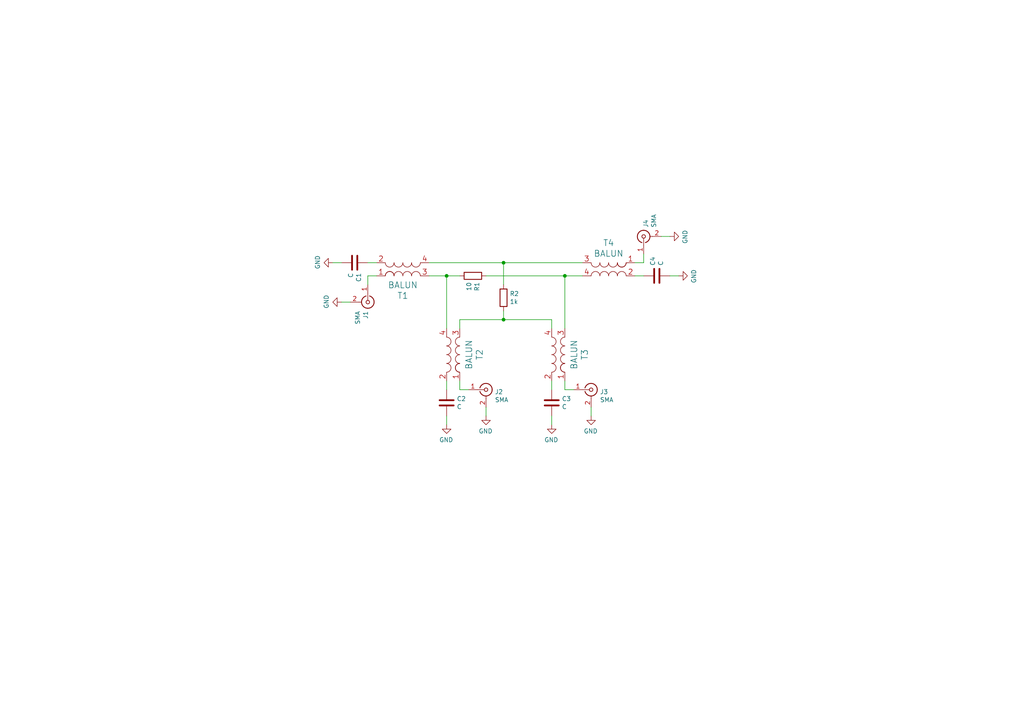
<source format=kicad_sch>
(kicad_sch (version 20230121) (generator eeschema)
  (paper "A4")
  (lib_symbols
    (symbol "Connector:Conn_Coaxial" (pin_names (offset 1.016) hide)
      (property "Reference" "J" (at 0.254 3.048 0))
      (property "Value" "Conn_Coaxial" (at 2.921 0 90))
      (symbol "Conn_Coaxial_0_1"
        (arc (start -1.778 -0.508) (mid 0.2311 -1.8066) (end 1.778 0) (stroke (width 0.254)))
        (polyline (pts (xy -2.54 0) (xy -0.508 0)))
        (polyline (pts (xy 0 -2.54) (xy 0 -1.778)))
        (circle (center 0 0) (radius 0.508) (stroke (width 0.2032)))
        (arc (start 1.778 0) (mid 0.2099 1.8101) (end -1.778 0.508) (stroke (width 0.254)))
      )
      (symbol "Conn_Coaxial_1_1"
        (pin passive line (at -5.08 0 0) (length 2.54) (name "In") (number "1"))
        (pin passive line (at 0 -5.08 90) (length 2.54) (name "Ext") (number "2"))
      )
    )
    (symbol "Device:C" (pin_numbers hide) (pin_names (offset 0.254))
      (property "Reference" "C" (at 0.635 2.54 0))
      (property "Value" "C" (at 0.635 -2.54 0))
      (symbol "C_0_1"
        (polyline (pts (xy -2.032 -0.762) (xy 2.032 -0.762)) (stroke (width 0.508)))
        (polyline (pts (xy -2.032 0.762) (xy 2.032 0.762)) (stroke (width 0.508)))
      )
      (symbol "C_1_1"
        (pin passive line (at 0 3.81 270) (length 2.794) (name "~") (number "1"))
        (pin passive line (at 0 -3.81 90) (length 2.794) (name "~") (number "2"))
      )
    )
    (symbol "Device:R" (pin_numbers hide) (pin_names (offset 0))
      (property "Reference" "R" (at 2.032 0 90))
      (property "Value" "R" (at 0 0 90))
      (symbol "R_0_1"
        (rectangle (start -1.016 -2.54) (end 1.016 2.54) (stroke (width 0.254)))
      )
      (symbol "R_1_1"
        (pin passive line (at 0 3.81 270) (length 1.27) (name "~") (number "1"))
        (pin passive line (at 0 -3.81 90) (length 1.27) (name "~") (number "2"))
      )
    )
    (symbol "balun-b0310j50100ahf:BALUN-B0310J50100AHF" (pin_names (offset 1.016) hide)
      (property "Reference" "T" (at 0 5.08 0))
      (property "Value" "BALUN-B0310J50100AHF" (at 0 -3.81 0))
      (symbol "BALUN-B0310J50100AHF_0_1"
        (arc (start -5.08 2.54) (mid -3.81 1.2755) (end -2.54 2.54))
        (arc (start -2.54 -1.27) (mid -3.81 -0.0055) (end -5.08 -1.27))
        (arc (start -2.54 2.54) (mid -1.27 1.2755) (end 0 2.54))
        (arc (start 0 -1.27) (mid -1.27 -0.0055) (end -2.54 -1.27))
        (arc (start 0 2.54) (mid 1.27 1.2755) (end 2.54 2.54))
        (arc (start 2.54 -1.27) (mid 1.27 -0.0055) (end 0 -1.27))
        (arc (start 2.54 2.54) (mid 3.81 1.2755) (end 5.08 2.54))
        (arc (start 2.54 2.54) (mid 3.81 1.2755) (end 5.08 2.54))
        (arc (start 5.08 -1.27) (mid 3.81 -0.0055) (end 2.54 -1.27))
      )
      (symbol "BALUN-B0310J50100AHF_1_1"
        (pin passive line (at 7.62 2.54 180) (length 2.54) (name "S1") (number "1"))
        (pin passive line (at 7.62 -1.27 180) (length 2.54) (name "S2") (number "2"))
        (pin passive line (at -7.62 2.54 0) (length 2.54) (name "PR1") (number "3"))
        (pin passive line (at -7.62 -1.27 0) (length 2.54) (name "PR2") (number "4"))
      )
    )
    (symbol "power:GND" (power) (pin_names (offset 0))
      (property "Value" "GND" (at 0 -3.81 0))
      (symbol "GND_0_1"
        (polyline (pts (xy 0 0) (xy 0 -1.27) (xy 1.27 -1.27) (xy 0 -2.54) (xy -1.27 -1.27) (xy 0 -1.27)))
      )
      (symbol "GND_1_1"
        (pin power_in line (at 0 0 270) (length 0) hide (name "GND") (number "1"))
      )
    )
  )
  (junction (at 129.54 80.01))
  (junction (at 146.05 92.71))
  (junction (at 146.05 76.2))
  (junction (at 163.83 80.01))
  (wire (pts (xy 194.31 80.01) (xy 196.85 80.01)))
  (wire (pts (xy 140.97 80.01) (xy 163.83 80.01)))
  (wire (pts (xy 160.02 110.49) (xy 160.02 113.03)))
  (wire (pts (xy 99.06 76.2) (xy 96.52 76.2)))
  (wire (pts (xy 160.02 120.65) (xy 160.02 123.19)))
  (wire (pts (xy 171.45 118.11) (xy 171.45 120.65)))
  (wire (pts (xy 146.05 92.71) (xy 133.35 92.71)))
  (wire (pts (xy 124.46 76.2) (xy 146.05 76.2)))
  (wire (pts (xy 133.35 110.49) (xy 133.35 113.03)))
  (wire (pts (xy 146.05 90.17) (xy 146.05 92.71)))
  (wire (pts (xy 184.15 76.2) (xy 186.69 76.2)))
  (wire (pts (xy 163.83 80.01) (xy 168.91 80.01)))
  (wire (pts (xy 191.77 68.58) (xy 194.31 68.58)))
  (wire (pts (xy 140.97 118.11) (xy 140.97 120.65)))
  (wire (pts (xy 101.6 87.63) (xy 99.06 87.63)))
  (wire (pts (xy 129.54 80.01) (xy 133.35 80.01)))
  (wire (pts (xy 146.05 76.2) (xy 168.91 76.2)))
  (wire (pts (xy 146.05 82.55) (xy 146.05 76.2)))
  (wire (pts (xy 160.02 92.71) (xy 160.02 95.25)))
  (wire (pts (xy 129.54 120.65) (xy 129.54 123.19)))
  (wire (pts (xy 163.83 113.03) (xy 166.37 113.03)))
  (wire (pts (xy 163.83 95.25) (xy 163.83 80.01)))
  (wire (pts (xy 109.22 80.01) (xy 106.68 80.01)))
  (wire (pts (xy 184.15 80.01) (xy 186.69 80.01)))
  (wire (pts (xy 133.35 113.03) (xy 135.89 113.03)))
  (wire (pts (xy 109.22 76.2) (xy 106.68 76.2)))
  (wire (pts (xy 160.02 92.71) (xy 146.05 92.71)))
  (wire (pts (xy 163.83 110.49) (xy 163.83 113.03)))
  (wire (pts (xy 186.69 76.2) (xy 186.69 73.66)))
  (wire (pts (xy 124.46 80.01) (xy 129.54 80.01)))
  (wire (pts (xy 129.54 95.25) (xy 129.54 80.01)))
  (wire (pts (xy 129.54 110.49) (xy 129.54 113.03)))
  (wire (pts (xy 133.35 92.71) (xy 133.35 95.25)))
  (wire (pts (xy 106.68 80.01) (xy 106.68 82.55)))
  (symbol (lib_id "Device:R") (at 146.05 86.36 0) (unit 1)
    (property "Reference" "R2" (at 147.828 85.1916 0) (effects (justify left)))
    (property "Value" "1k" (at 147.828 87.503 0) (effects (justify left)))
    (property "Footprint" "gsg-modules:0402" (effects hide))
  )
  (symbol (lib_id "Device:R") (at 137.16 80.01 270) (unit 1)
    (property "Reference" "R1" (at 138.3284 81.788 0) (effects (justify left)))
    (property "Value" "10" (at 136.017 81.788 0) (effects (justify left)))
    (property "Footprint" "gsg-modules:0402" (effects hide))
  )
  (symbol (lib_id "power:GND") (at 171.45 120.65 0) (mirror y) (unit 1)
    (property "Reference" "#PWR06" (effects hide))
    (property "Value" "GND" (at 171.323 125.0442 0))
  )
  (symbol (lib_id "Connector:Conn_Coaxial") (at 171.45 113.03 0) (unit 1)
    (property "Reference" "J3" (at 173.99 113.665 0) (effects (justify left)))
    (property "Value" "SMA" (at 173.99 115.9764 0) (effects (justify left)))
    (property "Footprint" "gsg-modules:SMA-73251-2120" (effects hide))
    (property "Datasheet" " ~" (effects hide))
  )
  (symbol (lib_id "balun-b0310j50100ahf:BALUN-B0310J50100AHF") (at 161.29 102.87 270) (unit 1)
    (property "Reference" "T3" (at 169.5704 102.87 0) (effects (font (size 1.778 1.778))))
    (property "Value" "BALUN" (at 166.497 102.87 0) (effects (font (size 1.778 1.778))))
    (property "Footprint" "RF_Converter:Anaren_0805_2012Metric-6" (effects hide))
    (property "Manufacturer" "Anaren" (effects hide))
    (property "Part Number" "B0322J5050AHF" (effects hide))
    (property "Description" "BALUN 300MHZ-2.2GHZ 50/50 0805" (effects hide))
  )
  (symbol (lib_id "Device:C") (at 160.02 116.84 0) (unit 1)
    (property "Reference" "C3" (at 162.941 115.6716 0) (effects (justify left)))
    (property "Value" "C" (at 162.941 117.983 0) (effects (justify left)))
    (property "Footprint" "gsg-modules:0402" (effects hide))
  )
  (symbol (lib_id "power:GND") (at 160.02 123.19 0) (mirror y) (unit 1)
    (property "Reference" "#PWR05" (effects hide))
    (property "Value" "GND" (at 159.893 127.5842 0))
  )
  (symbol (lib_id "balun-b0310j50100ahf:BALUN-B0310J50100AHF") (at 130.81 102.87 270) (unit 1)
    (property "Reference" "T2" (at 139.0904 102.87 0) (effects (font (size 1.778 1.778))))
    (property "Value" "BALUN" (at 136.017 102.87 0) (effects (font (size 1.778 1.778))))
    (property "Footprint" "RF_Converter:Anaren_0805_2012Metric-6" (effects hide))
    (property "Manufacturer" "Anaren" (effects hide))
    (property "Part Number" "B0322J5050AHF" (effects hide))
    (property "Description" "BALUN 300MHZ-2.2GHZ 50/50 0805" (effects hide))
  )
  (symbol (lib_id "Connector:Conn_Coaxial") (at 140.97 113.03 0) (unit 1)
    (property "Reference" "J2" (at 143.51 113.665 0) (effects (justify left)))
    (property "Value" "SMA" (at 143.51 115.9764 0) (effects (justify left)))
    (property "Footprint" "gsg-modules:SMA-73251-2120" (effects hide))
    (property "Datasheet" " ~" (effects hide))
  )
  (symbol (lib_id "power:GND") (at 140.97 120.65 0) (mirror y) (unit 1)
    (property "Reference" "#PWR04" (effects hide))
    (property "Value" "GND" (at 140.843 125.0442 0))
  )
  (symbol (lib_id "Device:C") (at 129.54 116.84 0) (unit 1)
    (property "Reference" "C2" (at 132.461 115.6716 0) (effects (justify left)))
    (property "Value" "C" (at 132.461 117.983 0) (effects (justify left)))
    (property "Footprint" "gsg-modules:0402" (effects hide))
  )
  (symbol (lib_id "power:GND") (at 129.54 123.19 0) (mirror y) (unit 1)
    (property "Reference" "#PWR03" (effects hide))
    (property "Value" "GND" (at 129.413 127.5842 0))
  )
  (symbol (lib_id "balun-b0310j50100ahf:BALUN-B0310J50100AHF") (at 176.53 78.74 0) (unit 1)
    (property "Reference" "T4" (at 176.53 70.4596 0) (effects (font (size 1.778 1.778))))
    (property "Value" "BALUN" (at 176.53 73.533 0) (effects (font (size 1.778 1.778))))
    (property "Footprint" "RF_Converter:Anaren_0805_2012Metric-6" (effects hide))
    (property "Manufacturer" "Anaren" (effects hide))
    (property "Part Number" "B0322J5050AHF" (effects hide))
    (property "Description" "BALUN 300MHZ-2.2GHZ 50/50 0805" (effects hide))
  )
  (symbol (lib_id "Connector:Conn_Coaxial") (at 186.69 68.58 90) (unit 1)
    (property "Reference" "J4" (at 187.325 66.04 0) (effects (justify left)))
    (property "Value" "SMA" (at 189.6364 66.04 0) (effects (justify left)))
    (property "Footprint" "gsg-modules:SMA-73251-2120" (effects hide))
    (property "Datasheet" " ~" (effects hide))
  )
  (symbol (lib_id "power:GND") (at 194.31 68.58 90) (mirror x) (unit 1)
    (property "Reference" "#PWR07" (effects hide))
    (property "Value" "GND" (at 198.7042 68.707 0))
  )
  (symbol (lib_id "Device:C") (at 190.5 80.01 90) (unit 1)
    (property "Reference" "C4" (at 189.3316 77.089 0) (effects (justify left)))
    (property "Value" "C" (at 191.643 77.089 0) (effects (justify left)))
    (property "Footprint" "gsg-modules:0402" (effects hide))
  )
  (symbol (lib_id "power:GND") (at 196.85 80.01 90) (mirror x) (unit 1)
    (property "Reference" "#PWR08" (effects hide))
    (property "Value" "GND" (at 201.2442 80.137 0))
  )
  (symbol (lib_id "balun-b0310j50100ahf:BALUN-B0310J50100AHF") (at 116.84 77.47 180) (unit 1)
    (property "Reference" "T1" (at 116.84 85.7504 0) (effects (font (size 1.778 1.778))))
    (property "Value" "BALUN" (at 116.84 82.677 0) (effects (font (size 1.778 1.778))))
    (property "Footprint" "RF_Converter:Anaren_0805_2012Metric-6" (effects hide))
    (property "Manufacturer" "Anaren" (effects hide))
    (property "Part Number" "B0322J5050AHF" (effects hide))
    (property "Description" "BALUN 300MHZ-2.2GHZ 50/50 0805" (effects hide))
  )
  (symbol (lib_id "Connector:Conn_Coaxial") (at 106.68 87.63 270) (unit 1)
    (property "Reference" "J1" (at 106.045 90.17 0) (effects (justify left)))
    (property "Value" "SMA" (at 103.7336 90.17 0) (effects (justify left)))
    (property "Footprint" "gsg-modules:SMA-73251-2120" (effects hide))
    (property "Datasheet" " ~" (effects hide))
  )
  (symbol (lib_id "power:GND") (at 99.06 87.63 270) (mirror x) (unit 1)
    (property "Reference" "#PWR02" (effects hide))
    (property "Value" "GND" (at 94.6658 87.503 0))
  )
  (symbol (lib_id "Device:C") (at 102.87 76.2 270) (unit 1)
    (property "Reference" "C1" (at 104.0384 79.121 0) (effects (justify left)))
    (property "Value" "C" (at 101.727 79.121 0) (effects (justify left)))
    (property "Footprint" "gsg-modules:0402" (effects hide))
  )
  (symbol (lib_id "power:GND") (at 96.52 76.2 270) (mirror x) (unit 1)
    (property "Reference" "#PWR01" (effects hide))
    (property "Value" "GND" (at 92.1258 76.073 0))
  )
)
</source>
